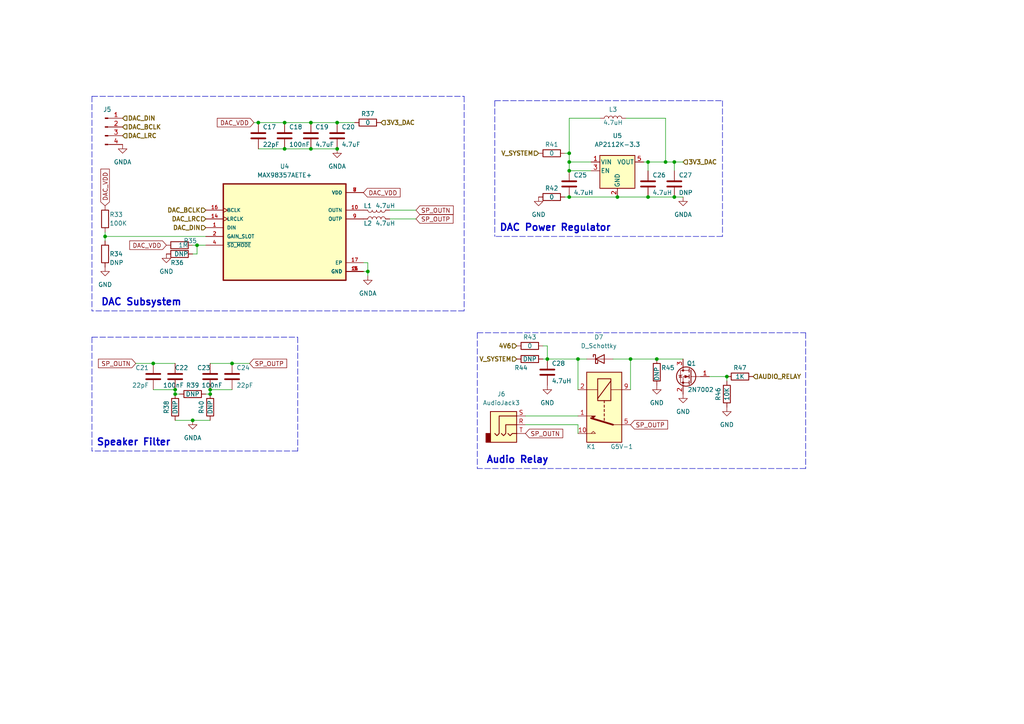
<source format=kicad_sch>
(kicad_sch (version 20211123) (generator eeschema)
  (paper "A4")
  (lib_symbols
    (symbol "Connector:AudioJack3"
      (property "Reference" "J" (at 0 8.89 0))
      (property "Value" "AudioJack3" (at 0 6.35 0))
      (symbol "AudioJack3_0_1"
        (rectangle (start -5.08 -5.08) (end -6.35 -2.54) (stroke (width 0.254)) (fill (type outline)))
        (polyline (pts (xy 0 -2.54) (xy 0.635 -3.175) (xy 1.27 -2.54) (xy 2.54 -2.54)) (stroke (width 0.254)))
        (polyline (pts (xy -1.905 -2.54) (xy -1.27 -3.175) (xy -0.635 -2.54) (xy -0.635 0) (xy 2.54 0)) (stroke (width 0.254)))
        (polyline (pts (xy 2.54 2.54) (xy -2.54 2.54) (xy -2.54 -2.54) (xy -3.175 -3.175) (xy -3.81 -2.54)) (stroke (width 0.254)))
        (rectangle (start 2.54 3.81) (end -5.08 -5.08) (stroke (width 0.254)) (fill (type background)))
      )
      (symbol "AudioJack3_1_1"
        (pin passive line (at 5.08 0 180) (length 2.54) (name "~") (number "R"))
        (pin passive line (at 5.08 2.54 180) (length 2.54) (name "~") (number "S"))
        (pin passive line (at 5.08 -2.54 180) (length 2.54) (name "~") (number "T"))
      )
    )
    (symbol "Connector:Conn_01x04_Male" (pin_names (offset 1.016) hide)
      (property "Reference" "J" (at 0 5.08 0))
      (property "Value" "Conn_01x04_Male" (at 0 -7.62 0))
      (symbol "Conn_01x04_Male_1_1"
        (polyline (pts (xy 1.27 -5.08) (xy 0.8636 -5.08)) (stroke (width 0.1524)))
        (polyline (pts (xy 1.27 -2.54) (xy 0.8636 -2.54)) (stroke (width 0.1524)))
        (polyline (pts (xy 1.27 0) (xy 0.8636 0)) (stroke (width 0.1524)))
        (polyline (pts (xy 1.27 2.54) (xy 0.8636 2.54)) (stroke (width 0.1524)))
        (rectangle (start 0.8636 -4.953) (end 0 -5.207) (stroke (width 0.1524)) (fill (type outline)))
        (rectangle (start 0.8636 -2.413) (end 0 -2.667) (stroke (width 0.1524)) (fill (type outline)))
        (rectangle (start 0.8636 0.127) (end 0 -0.127) (stroke (width 0.1524)) (fill (type outline)))
        (rectangle (start 0.8636 2.667) (end 0 2.413) (stroke (width 0.1524)) (fill (type outline)))
        (pin passive line (at 5.08 2.54 180) (length 3.81) (name "Pin_1") (number "1"))
        (pin passive line (at 5.08 0 180) (length 3.81) (name "Pin_2") (number "2"))
        (pin passive line (at 5.08 -2.54 180) (length 3.81) (name "Pin_3") (number "3"))
        (pin passive line (at 5.08 -5.08 180) (length 3.81) (name "Pin_4") (number "4"))
      )
    )
    (symbol "Device:C" (pin_numbers hide) (pin_names (offset 0.254))
      (property "Reference" "C" (at 0.635 2.54 0))
      (property "Value" "C" (at 0.635 -2.54 0))
      (symbol "C_0_1"
        (polyline (pts (xy -2.032 -0.762) (xy 2.032 -0.762)) (stroke (width 0.508)))
        (polyline (pts (xy -2.032 0.762) (xy 2.032 0.762)) (stroke (width 0.508)))
      )
      (symbol "C_1_1"
        (pin passive line (at 0 3.81 270) (length 2.794) (name "~") (number "1"))
        (pin passive line (at 0 -3.81 90) (length 2.794) (name "~") (number "2"))
      )
    )
    (symbol "Device:D_Schottky" (pin_numbers hide) (pin_names (offset 1.016) hide)
      (property "Reference" "D" (at 0 2.54 0))
      (property "Value" "D_Schottky" (at 0 -2.54 0))
      (symbol "D_Schottky_0_1"
        (polyline (pts (xy 1.27 0) (xy -1.27 0)))
        (polyline (pts (xy 1.27 1.27) (xy 1.27 -1.27) (xy -1.27 0) (xy 1.27 1.27)) (stroke (width 0.254)))
        (polyline (pts (xy -1.905 0.635) (xy -1.905 1.27) (xy -1.27 1.27) (xy -1.27 -1.27) (xy -0.635 -1.27) (xy -0.635 -0.635)) (stroke (width 0.254)))
      )
      (symbol "D_Schottky_1_1"
        (pin passive line (at -3.81 0 0) (length 2.54) (name "K") (number "1"))
        (pin passive line (at 3.81 0 180) (length 2.54) (name "A") (number "2"))
      )
    )
    (symbol "Device:L" (pin_numbers hide) (pin_names (offset 1.016) hide)
      (property "Reference" "L" (at -1.27 0 90))
      (property "Value" "L" (at 1.905 0 90))
      (symbol "L_0_1"
        (arc (start 0 -2.54) (mid 0.635 -1.905) (end 0 -1.27))
        (arc (start 0 -1.27) (mid 0.635 -0.635) (end 0 0))
        (arc (start 0 0) (mid 0.635 0.635) (end 0 1.27))
        (arc (start 0 1.27) (mid 0.635 1.905) (end 0 2.54))
      )
      (symbol "L_1_1"
        (pin passive line (at 0 3.81 270) (length 1.27) (name "1") (number "1"))
        (pin passive line (at 0 -3.81 90) (length 1.27) (name "2") (number "2"))
      )
    )
    (symbol "Device:R" (pin_numbers hide) (pin_names (offset 0))
      (property "Reference" "R" (at 2.032 0 90))
      (property "Value" "R" (at 0 0 90))
      (symbol "R_0_1"
        (rectangle (start -1.016 -2.54) (end 1.016 2.54) (stroke (width 0.254)))
      )
      (symbol "R_1_1"
        (pin passive line (at 0 3.81 270) (length 1.27) (name "~") (number "1"))
        (pin passive line (at 0 -3.81 90) (length 1.27) (name "~") (number "2"))
      )
    )
    (symbol "MAX98357AETE_:MAX98357AETE+" (pin_names (offset 1.016))
      (property "Reference" "U" (at -17.8104 13.7451 0))
      (property "Value" "MAX98357AETE+" (at -17.8039 -19.2795 0))
      (symbol "MAX98357AETE+_0_0"
        (rectangle (start -17.78 -15.24) (end 17.78 12.7) (stroke (width 0.41)) (fill (type background)))
        (pin input line (at -22.86 0 0) (length 5.08) (name "DIN") (number "1"))
        (pin output line (at 22.86 5.08 180) (length 5.08) (name "OUTN") (number "10"))
        (pin power_in line (at 22.86 -12.7 180) (length 5.08) (name "GND") (number "11"))
        (pin input clock (at -22.86 2.54 0) (length 5.08) (name "LRCLK") (number "14"))
        (pin power_in line (at 22.86 -12.7 180) (length 5.08) (name "GND") (number "15"))
        (pin input clock (at -22.86 5.08 0) (length 5.08) (name "BCLK") (number "16"))
        (pin power_in line (at 22.86 -10.16 180) (length 5.08) (name "EP") (number "17"))
        (pin input line (at -22.86 -2.54 0) (length 5.08) (name "GAIN_SLOT") (number "2"))
        (pin power_in line (at 22.86 -12.7 180) (length 5.08) (name "GND") (number "3"))
        (pin input line (at -22.86 -5.08 0) (length 5.08) (name "~{SD_MODE}") (number "4"))
        (pin power_in line (at 22.86 10.16 180) (length 5.08) (name "VDD") (number "7"))
        (pin power_in line (at 22.86 10.16 180) (length 5.08) (name "VDD") (number "8"))
        (pin output line (at 22.86 2.54 180) (length 5.08) (name "OUTP") (number "9"))
      )
    )
    (symbol "Regulator_Linear:AP2112K-3.3" (pin_names (offset 0.254))
      (property "Reference" "U" (at -5.08 5.715 0))
      (property "Value" "AP2112K-3.3" (at 0 5.715 0))
      (symbol "AP2112K-3.3_0_1"
        (rectangle (start -5.08 4.445) (end 5.08 -5.08) (stroke (width 0.254)) (fill (type background)))
      )
      (symbol "AP2112K-3.3_1_1"
        (pin power_in line (at -7.62 2.54 0) (length 2.54) (name "VIN") (number "1"))
        (pin power_in line (at 0 -7.62 90) (length 2.54) (name "GND") (number "2"))
        (pin input line (at -7.62 0 0) (length 2.54) (name "EN") (number "3"))
        (pin no_connect line (at 5.08 0 180) (length 2.54) hide (name "NC") (number "4"))
        (pin power_out line (at 7.62 2.54 180) (length 2.54) (name "VOUT") (number "5"))
      )
    )
    (symbol "Relay:G5V-1"
      (property "Reference" "K" (at 11.43 3.81 0))
      (property "Value" "G5V-1" (at 11.43 1.27 0))
      (symbol "G5V-1_0_0"
        (polyline (pts (xy 7.62 5.08) (xy 7.62 2.54) (xy 6.985 3.175) (xy 7.62 3.81)))
      )
      (symbol "G5V-1_0_1"
        (rectangle (start -10.16 5.08) (end 10.16 -5.08) (stroke (width 0.254)) (fill (type background)))
        (rectangle (start -8.255 1.905) (end -1.905 -1.905) (stroke (width 0.254)))
        (polyline (pts (xy -7.62 -1.905) (xy -2.54 1.905)) (stroke (width 0.254)))
        (polyline (pts (xy -5.08 -5.08) (xy -5.08 -1.905)))
        (polyline (pts (xy -5.08 5.08) (xy -5.08 1.905)))
        (polyline (pts (xy -1.905 0) (xy -1.27 0)) (stroke (width 0.254)))
        (polyline (pts (xy -0.635 0) (xy 0 0)) (stroke (width 0.254)))
        (polyline (pts (xy 0.635 0) (xy 1.27 0)) (stroke (width 0.254)))
        (polyline (pts (xy 1.905 0) (xy 2.54 0)) (stroke (width 0.254)))
        (polyline (pts (xy 3.175 0) (xy 3.81 0)) (stroke (width 0.254)))
        (polyline (pts (xy 5.08 -2.54) (xy 3.175 3.81)) (stroke (width 0.508)))
        (polyline (pts (xy 5.08 -2.54) (xy 5.08 -5.08)))
        (polyline (pts (xy 2.54 5.08) (xy 2.54 2.54) (xy 3.175 3.175) (xy 2.54 3.81)) (fill (type outline)))
      )
      (symbol "G5V-1_1_1"
        (pin passive line (at 2.54 7.62 270) (length 2.54) (name "~") (number "1"))
        (pin passive line (at 7.62 7.62 270) (length 2.54) (name "~") (number "10"))
        (pin passive line (at -5.08 7.62 270) (length 2.54) (name "~") (number "2"))
        (pin passive line (at 5.08 -7.62 90) (length 2.54) (name "~") (number "5"))
        (pin passive line (at 5.08 -7.62 90) (length 2.54) hide (name "~") (number "6"))
        (pin passive line (at -5.08 -7.62 90) (length 2.54) (name "~") (number "9"))
      )
    )
    (symbol "Transistor_FET:2N7002" (pin_names hide)
      (property "Reference" "Q" (at 5.08 1.905 0))
      (property "Value" "2N7002" (at 5.08 0 0))
      (symbol "2N7002_0_1"
        (polyline (pts (xy 0.254 0) (xy -2.54 0)))
        (polyline (pts (xy 0.254 1.905) (xy 0.254 -1.905)) (stroke (width 0.254)))
        (polyline (pts (xy 0.762 -1.27) (xy 0.762 -2.286)) (stroke (width 0.254)))
        (polyline (pts (xy 0.762 0.508) (xy 0.762 -0.508)) (stroke (width 0.254)))
        (polyline (pts (xy 0.762 2.286) (xy 0.762 1.27)) (stroke (width 0.254)))
        (polyline (pts (xy 2.54 2.54) (xy 2.54 1.778)))
        (polyline (pts (xy 2.54 -2.54) (xy 2.54 0) (xy 0.762 0)))
        (polyline (pts (xy 0.762 -1.778) (xy 3.302 -1.778) (xy 3.302 1.778) (xy 0.762 1.778)))
        (polyline (pts (xy 1.016 0) (xy 2.032 0.381) (xy 2.032 -0.381) (xy 1.016 0)) (fill (type outline)))
        (polyline (pts (xy 2.794 0.508) (xy 2.921 0.381) (xy 3.683 0.381) (xy 3.81 0.254)))
        (polyline (pts (xy 3.302 0.381) (xy 2.921 -0.254) (xy 3.683 -0.254) (xy 3.302 0.381)))
        (circle (center 1.651 0) (radius 2.794) (stroke (width 0.254)))
        (circle (center 2.54 -1.778) (radius 0.254) (fill (type outline)))
        (circle (center 2.54 1.778) (radius 0.254) (fill (type outline)))
      )
      (symbol "2N7002_1_1"
        (pin input line (at -5.08 0 0) (length 2.54) (name "G") (number "1"))
        (pin passive line (at 2.54 -5.08 90) (length 2.54) (name "S") (number "2"))
        (pin passive line (at 2.54 5.08 270) (length 2.54) (name "D") (number "3"))
      )
    )
    (symbol "power:GND" (power) (pin_names (offset 0))
      (property "Value" "GND" (at 0 -3.81 0))
      (symbol "GND_0_1"
        (polyline (pts (xy 0 0) (xy 0 -1.27) (xy 1.27 -1.27) (xy 0 -2.54) (xy -1.27 -1.27) (xy 0 -1.27)))
      )
      (symbol "GND_1_1"
        (pin power_in line (at 0 0 270) (length 0) hide (name "GND") (number "1"))
      )
    )
    (symbol "power:GNDA" (power) (pin_names (offset 0))
      (property "Value" "GNDA" (at 0 -3.81 0))
      (symbol "GNDA_0_1"
        (polyline (pts (xy 0 0) (xy 0 -1.27) (xy 1.27 -1.27) (xy 0 -2.54) (xy -1.27 -1.27) (xy 0 -1.27)))
      )
      (symbol "GNDA_1_1"
        (pin power_in line (at 0 0 270) (length 0) hide (name "GNDA") (number "1"))
      )
    )
  )
  (junction (at 44.45 105.41))
  (junction (at 90.17 35.56))
  (junction (at 50.8 113.03))
  (junction (at 82.55 43.18))
  (junction (at 165.1 49.53))
  (junction (at 106.68 78.74))
  (junction (at 187.96 46.99))
  (junction (at 55.88 121.92))
  (junction (at 60.96 114.3))
  (junction (at 57.15 71.12))
  (junction (at 158.75 104.14))
  (junction (at 167.64 104.14))
  (junction (at 187.96 57.15))
  (junction (at 193.04 46.99))
  (junction (at 82.55 35.56))
  (junction (at 195.58 46.99))
  (junction (at 179.07 57.15))
  (junction (at 50.8 114.3))
  (junction (at 90.17 43.18))
  (junction (at 97.79 43.18))
  (junction (at 165.1 46.99))
  (junction (at 182.88 104.14))
  (junction (at 165.1 57.15))
  (junction (at 190.5 104.14))
  (junction (at 67.31 105.41))
  (junction (at 74.93 35.56))
  (junction (at 97.79 35.56))
  (junction (at 210.82 109.22))
  (junction (at 195.58 57.15))
  (junction (at 165.1 44.45))
  (junction (at 60.96 113.03))
  (junction (at 30.48 68.58))
  (wire (pts (xy 90.17 43.18) (xy 97.79 43.18)))
  (wire (pts (xy 158.75 100.33) (xy 158.75 104.14)))
  (wire (pts (xy 165.1 44.45) (xy 163.83 44.45)))
  (wire (pts (xy 195.58 46.99) (xy 195.58 49.53)))
  (wire (pts (xy 50.8 114.3) (xy 52.07 114.3)))
  (polyline (pts (xy 26.67 97.79) (xy 26.67 130.81)))
  (wire (pts (xy 39.37 105.41) (xy 44.45 105.41)))
  (wire (pts (xy 167.64 104.14) (xy 167.64 113.03)))
  (wire (pts (xy 181.61 34.29) (xy 193.04 34.29)))
  (wire (pts (xy 60.96 113.03) (xy 67.31 113.03)))
  (wire (pts (xy 165.1 49.53) (xy 165.1 46.99)))
  (wire (pts (xy 30.48 68.58) (xy 30.48 67.31)))
  (wire (pts (xy 59.69 68.58) (xy 30.48 68.58)))
  (polyline (pts (xy 26.67 27.94) (xy 134.62 27.94)))
  (wire (pts (xy 60.96 113.03) (xy 60.96 114.3)))
  (wire (pts (xy 90.17 35.56) (xy 97.79 35.56)))
  (wire (pts (xy 113.03 63.5) (xy 120.65 63.5)))
  (polyline (pts (xy 209.55 68.58) (xy 143.51 68.58)))
  (wire (pts (xy 193.04 34.29) (xy 193.04 46.99)))
  (wire (pts (xy 60.96 105.41) (xy 67.31 105.41)))
  (wire (pts (xy 105.41 78.74) (xy 106.68 78.74)))
  (wire (pts (xy 59.69 114.3) (xy 60.96 114.3)))
  (polyline (pts (xy 138.43 96.52) (xy 138.43 135.89)))
  (wire (pts (xy 193.04 46.99) (xy 195.58 46.99)))
  (polyline (pts (xy 209.55 29.21) (xy 209.55 68.58)))
  (polyline (pts (xy 134.62 27.94) (xy 134.62 90.17)))
  (polyline (pts (xy 86.36 130.81) (xy 26.67 130.81)))
  (polyline (pts (xy 233.68 135.89) (xy 138.43 135.89)))
  (wire (pts (xy 165.1 57.15) (xy 179.07 57.15)))
  (wire (pts (xy 210.82 109.22) (xy 210.82 110.49)))
  (polyline (pts (xy 138.43 96.52) (xy 233.68 96.52)))
  (wire (pts (xy 205.74 109.22) (xy 210.82 109.22)))
  (wire (pts (xy 44.45 105.41) (xy 50.8 105.41)))
  (wire (pts (xy 97.79 35.56) (xy 102.87 35.56)))
  (wire (pts (xy 44.45 113.03) (xy 50.8 113.03)))
  (wire (pts (xy 105.41 76.2) (xy 106.68 76.2)))
  (wire (pts (xy 187.96 46.99) (xy 186.69 46.99)))
  (wire (pts (xy 57.15 71.12) (xy 59.69 71.12)))
  (wire (pts (xy 187.96 46.99) (xy 187.96 49.53)))
  (wire (pts (xy 182.88 104.14) (xy 182.88 113.03)))
  (wire (pts (xy 50.8 121.92) (xy 55.88 121.92)))
  (wire (pts (xy 152.4 120.65) (xy 167.64 120.65)))
  (wire (pts (xy 50.8 113.03) (xy 50.8 114.3)))
  (wire (pts (xy 195.58 57.15) (xy 198.12 57.15)))
  (wire (pts (xy 167.64 104.14) (xy 170.18 104.14)))
  (wire (pts (xy 179.07 57.15) (xy 187.96 57.15)))
  (wire (pts (xy 157.48 104.14) (xy 158.75 104.14)))
  (wire (pts (xy 195.58 46.99) (xy 198.12 46.99)))
  (wire (pts (xy 106.68 78.74) (xy 106.68 80.01)))
  (wire (pts (xy 187.96 57.15) (xy 195.58 57.15)))
  (wire (pts (xy 157.48 100.33) (xy 158.75 100.33)))
  (wire (pts (xy 73.66 35.56) (xy 74.93 35.56)))
  (wire (pts (xy 30.48 68.58) (xy 30.48 69.85)))
  (polyline (pts (xy 143.51 29.21) (xy 143.51 68.58)))
  (wire (pts (xy 190.5 104.14) (xy 198.12 104.14)))
  (wire (pts (xy 82.55 35.56) (xy 90.17 35.56)))
  (polyline (pts (xy 26.67 97.79) (xy 86.36 97.79)))
  (wire (pts (xy 67.31 105.41) (xy 72.39 105.41)))
  (wire (pts (xy 165.1 49.53) (xy 171.45 49.53)))
  (wire (pts (xy 173.99 34.29) (xy 165.1 34.29)))
  (wire (pts (xy 193.04 46.99) (xy 187.96 46.99)))
  (polyline (pts (xy 26.67 27.94) (xy 26.67 90.17)))
  (polyline (pts (xy 143.51 29.21) (xy 209.55 29.21)))
  (wire (pts (xy 163.83 57.15) (xy 165.1 57.15)))
  (polyline (pts (xy 86.36 97.79) (xy 86.36 130.81)))
  (wire (pts (xy 74.93 35.56) (xy 82.55 35.56)))
  (wire (pts (xy 74.93 43.18) (xy 82.55 43.18)))
  (wire (pts (xy 165.1 46.99) (xy 171.45 46.99)))
  (wire (pts (xy 152.4 123.19) (xy 167.64 123.19)))
  (wire (pts (xy 182.88 104.14) (xy 190.5 104.14)))
  (wire (pts (xy 106.68 76.2) (xy 106.68 78.74)))
  (wire (pts (xy 165.1 34.29) (xy 165.1 44.45)))
  (wire (pts (xy 177.8 104.14) (xy 182.88 104.14)))
  (polyline (pts (xy 134.62 90.17) (xy 26.67 90.17)))
  (wire (pts (xy 167.64 123.19) (xy 167.64 125.73)))
  (wire (pts (xy 165.1 46.99) (xy 165.1 44.45)))
  (wire (pts (xy 55.88 121.92) (xy 60.96 121.92)))
  (wire (pts (xy 120.65 60.96) (xy 113.03 60.96)))
  (wire (pts (xy 82.55 43.18) (xy 90.17 43.18)))
  (wire (pts (xy 55.88 71.12) (xy 57.15 71.12)))
  (wire (pts (xy 158.75 104.14) (xy 167.64 104.14)))
  (polyline (pts (xy 233.68 96.52) (xy 233.68 135.89)))
  (wire (pts (xy 57.15 71.12) (xy 57.15 73.66)))
  (wire (pts (xy 57.15 73.66) (xy 55.88 73.66)))
  (text "DAC Power Regulator\n" (at 144.78 67.31 0) (effects (font (size 2 2) bold) (justify left bottom)))
  (text "Speaker Filter\n" (at 27.94 129.54 0) (effects (font (size 2 2) bold) (justify left bottom)))
  (text "DAC Subsystem" (at 29.21 88.9 0) (effects (font (size 2 2) bold) (justify left bottom)))
  (text "Audio Relay\n" (at 140.97 134.62 0) (effects (font (size 2 2) bold) (justify left bottom)))
  (global_label "SP_OUTN" (shape input) (at 120.65 60.96 0) (property "Intersheet References" "${INTERSHEET_REFS}" (effects hide)))
  (global_label "DAC_VDD" (shape input) (at 30.48 59.69 90) (property "Intersheet References" "${INTERSHEET_REFS}" (effects hide)))
  (global_label "DAC_VDD" (shape input) (at 73.66 35.56 180) (property "Intersheet References" "${INTERSHEET_REFS}" (effects hide)))
  (global_label "SP_OUTP" (shape input) (at 72.39 105.41 0) (property "Intersheet References" "${INTERSHEET_REFS}" (effects hide)))
  (global_label "SP_OUTN" (shape input) (at 152.4 125.73 0) (property "Intersheet References" "${INTERSHEET_REFS}" (effects hide)))
  (global_label "SP_OUTP" (shape input) (at 182.88 123.19 0) (property "Intersheet References" "${INTERSHEET_REFS}" (effects hide)))
  (global_label "DAC_VDD" (shape input) (at 105.41 55.88 0) (property "Intersheet References" "${INTERSHEET_REFS}" (effects hide)))
  (global_label "SP_OUTN" (shape input) (at 39.37 105.41 180) (property "Intersheet References" "${INTERSHEET_REFS}" (effects hide)))
  (global_label "SP_OUTP" (shape input) (at 120.65 63.5 0) (property "Intersheet References" "${INTERSHEET_REFS}" (effects hide)))
  (global_label "DAC_VDD" (shape input) (at 48.26 71.12 180) (property "Intersheet References" "${INTERSHEET_REFS}" (effects hide)))
  (hierarchical_label "DAC_DIN" (shape input) (at 59.69 66.04 180) (effects (font bold)))
  (hierarchical_label "AUDIO_RELAY" (shape input) (at 218.44 109.22 0) (effects (font bold)))
  (hierarchical_label "4V6" (shape input) (at 149.86 100.33 180) (effects (font bold)))
  (hierarchical_label "DAC_BCLK" (shape input) (at 35.56 36.83 0) (effects (font (thickness 0.254) bold)))
  (hierarchical_label "DAC_LRC" (shape input) (at 59.69 63.5 180) (effects (font bold)))
  (hierarchical_label "DAC_DIN" (shape input) (at 35.56 34.29 0) (effects (font bold)))
  (hierarchical_label "DAC_BCLK" (shape input) (at 59.69 60.96 180) (effects (font (thickness 0.254) bold)))
  (hierarchical_label "DAC_LRC" (shape input) (at 35.56 39.37 0) (effects (font bold)))
  (hierarchical_label "3V3_DAC" (shape input) (at 110.49 35.56 0) (effects (font bold)))
  (hierarchical_label "V_SYSTEM" (shape input) (at 149.86 104.14 180) (effects (font bold)))
  (hierarchical_label "V_SYSTEM" (shape input) (at 156.21 44.45 180) (effects (font bold)))
  (hierarchical_label "3V3_DAC" (shape input) (at 198.12 46.99 0) (effects (font bold)))
  (symbol (lib_id "Device:R") (at 153.67 104.14 90) (unit 1)
    (property "Reference" "R44" (at 151.13 106.68 90))
    (property "Value" "DNP" (at 153.67 104.14 90))
  )
  (symbol (lib_id "Device:R") (at 153.67 100.33 90) (unit 1)
    (property "Reference" "R43" (at 153.67 97.79 90))
    (property "Value" "0" (at 153.67 100.33 90))
  )
  (symbol (lib_id "Device:C") (at 74.93 39.37 0) (unit 1)
    (property "Reference" "C17" (at 76.2 36.83 0) (effects (justify left)))
    (property "Value" "22pF" (at 76.2 41.91 0) (effects (justify left)))
  )
  (symbol (lib_id "Device:L") (at 109.22 60.96 270) (unit 1)
    (property "Reference" "L1" (at 106.68 59.69 90))
    (property "Value" "4.7uH" (at 111.76 59.69 90))
  )
  (symbol (lib_id "Device:D_Schottky") (at 173.99 104.14 0) (unit 1)
    (property "Reference" "D7" (at 173.6725 97.79 0))
    (property "Value" "D_Schottky" (at 173.6725 100.33 0))
  )
  (symbol (lib_id "Device:C") (at 97.79 39.37 0) (unit 1)
    (property "Reference" "C20" (at 99.06 36.83 0) (effects (justify left)))
    (property "Value" "4.7uF" (at 99.06 41.91 0) (effects (justify left)))
  )
  (symbol (lib_id "power:GNDA") (at 106.68 80.01 0) (unit 1)
    (property "Reference" "#PWR031" (effects hide))
    (property "Value" "GNDA" (at 106.68 85.09 0))
  )
  (symbol (lib_id "power:GND") (at 198.12 114.3 0) (unit 1)
    (property "Reference" "#PWR039" (effects hide))
    (property "Value" "GND" (at 198.12 119.38 0))
  )
  (symbol (lib_id "MAX98357AETE_:MAX98357AETE+") (at 82.55 66.04 0) (unit 1)
    (property "Reference" "U4" (at 82.55 48.26 0))
    (property "Value" "MAX98357AETE+" (at 82.55 50.8 0))
    (property "Footprint" "QFN50P300X300X80-17N" (effects hide))
    (property "PACKAGE" "TQFN-16 Maxim Integrated" (effects hide))
    (property "MP" "MAX98357AETE+" (effects hide))
    (property "DESCRIPTION" "Audio Amp Speaker 1-CH Mono Class-D 16-Pin TQFN EP" (effects hide))
    (property "MANUFACTURER" "Maxim Integrated" (effects hide))
    (property "STANDARD" "IPC7351B" (effects hide))
    (property "PRICE" "None" (effects hide))
  )
  (symbol (lib_id "power:GNDA") (at 97.79 43.18 0) (unit 1)
    (property "Reference" "#PWR032" (effects hide))
    (property "Value" "GNDA" (at 97.79 48.26 0))
  )
  (symbol (lib_id "power:GND") (at 158.75 111.76 0) (unit 1)
    (property "Reference" "#PWR037" (effects hide))
    (property "Value" "GND" (at 158.75 116.84 0))
  )
  (symbol (lib_id "Device:R") (at 60.96 118.11 180) (unit 1)
    (property "Reference" "R40" (at 58.42 118.11 90))
    (property "Value" "DNP" (at 60.96 118.11 90))
  )
  (symbol (lib_id "Device:C") (at 187.96 53.34 0) (unit 1)
    (property "Reference" "C26" (at 189.23 50.8 0) (effects (justify left)))
    (property "Value" "4.7uH" (at 189.23 55.88 0) (effects (justify left)))
  )
  (symbol (lib_id "Regulator_Linear:AP2112K-3.3") (at 179.07 49.53 0) (unit 1)
    (property "Reference" "U5" (at 179.07 39.37 0))
    (property "Value" "AP2112K-3.3" (at 179.07 41.91 0))
    (property "Footprint" "Package_TO_SOT_SMD:SOT-23-5" (effects hide))
    (property "Datasheet" "https://www.diodes.com/assets/Datasheets/AP2112.pdf" (effects hide))
  )
  (symbol (lib_id "power:GNDA") (at 198.12 57.15 0) (unit 1)
    (property "Reference" "#PWR035" (effects hide))
    (property "Value" "GNDA" (at 198.12 62.23 0))
  )
  (symbol (lib_id "Transistor_FET:2N7002") (at 200.66 109.22 0) (mirror y) (unit 1)
    (property "Reference" "Q1" (at 201.93 105.41 0) (effects (justify left)))
    (property "Value" "2N7002" (at 207.01 113.03 0) (effects (justify left)))
    (property "Footprint" "Package_TO_SOT_SMD:SOT-23" (effects hide))
    (property "Datasheet" "https://www.onsemi.com/pub/Collateral/NDS7002A-D.PDF" (effects hide))
  )
  (symbol (lib_id "power:GNDA") (at 35.56 41.91 0) (unit 1)
    (property "Reference" "#PWR036" (effects hide))
    (property "Value" "GNDA" (at 35.56 46.99 0))
  )
  (symbol (lib_id "power:GND") (at 30.48 77.47 0) (unit 1)
    (property "Reference" "#PWR029" (effects hide))
    (property "Value" "GND" (at 30.48 82.55 0))
  )
  (symbol (lib_id "Device:R") (at 160.02 57.15 90) (unit 1)
    (property "Reference" "R42" (at 160.02 54.61 90))
    (property "Value" "0" (at 160.02 57.15 90))
  )
  (symbol (lib_id "Device:R") (at 30.48 73.66 0) (unit 1)
    (property "Reference" "R34" (at 31.75 73.66 0) (effects (justify left)))
    (property "Value" "DNP" (at 31.75 76.2 0) (effects (justify left)))
  )
  (symbol (lib_id "Device:C") (at 82.55 39.37 0) (unit 1)
    (property "Reference" "C18" (at 83.82 36.83 0) (effects (justify left)))
    (property "Value" "100nF" (at 83.82 41.91 0) (effects (justify left)))
  )
  (symbol (lib_id "Device:R") (at 55.88 114.3 90) (unit 1)
    (property "Reference" "R39" (at 55.88 111.76 90))
    (property "Value" "DNP" (at 55.88 114.3 90))
  )
  (symbol (lib_id "Device:R") (at 214.63 109.22 90) (unit 1)
    (property "Reference" "R47" (at 214.63 106.68 90))
    (property "Value" "1K" (at 214.63 109.22 90))
  )
  (symbol (lib_id "Device:R") (at 50.8 118.11 180) (unit 1)
    (property "Reference" "R38" (at 48.26 118.11 90))
    (property "Value" "DNP" (at 50.8 118.11 90))
  )
  (symbol (lib_id "Device:R") (at 190.5 107.95 0) (unit 1)
    (property "Reference" "R45" (at 191.77 106.68 0) (effects (justify left)))
    (property "Value" "DNP" (at 190.5 110.49 90) (effects (justify left)))
  )
  (symbol (lib_id "power:GND") (at 190.5 111.76 0) (unit 1)
    (property "Reference" "#PWR038" (effects hide))
    (property "Value" "GND" (at 190.5 116.84 0))
  )
  (symbol (lib_id "Device:L") (at 109.22 63.5 270) (mirror x) (unit 1)
    (property "Reference" "L2" (at 106.68 64.77 90))
    (property "Value" "4.7uH" (at 111.76 64.77 90))
  )
  (symbol (lib_id "Device:C") (at 60.96 109.22 0) (unit 1)
    (property "Reference" "C23" (at 57.15 106.68 0) (effects (justify left)))
    (property "Value" "100nF" (at 58.42 111.76 0) (effects (justify left)))
  )
  (symbol (lib_id "Connector:Conn_01x04_Male") (at 30.48 36.83 0) (unit 1)
    (property "Reference" "J5" (at 31.115 31.75 0))
    (property "Value" "Conn_01x04_Male" (effects hide))
  )
  (symbol (lib_id "Device:C") (at 165.1 53.34 0) (unit 1)
    (property "Reference" "C25" (at 166.37 50.8 0) (effects (justify left)))
    (property "Value" "4.7uH" (at 166.37 55.88 0) (effects (justify left)))
  )
  (symbol (lib_id "Device:R") (at 52.07 73.66 90) (unit 1)
    (property "Reference" "R36" (at 53.34 76.2 90) (effects (justify left)))
    (property "Value" "DNP" (at 54.61 73.66 90) (effects (justify left)))
  )
  (symbol (lib_id "power:GND") (at 210.82 118.11 0) (unit 1)
    (property "Reference" "#PWR040" (effects hide))
    (property "Value" "GND" (at 210.82 123.19 0))
  )
  (symbol (lib_id "Device:R") (at 30.48 63.5 0) (unit 1)
    (property "Reference" "R33" (at 31.75 62.23 0) (effects (justify left)))
    (property "Value" "100K" (at 31.75 64.77 0) (effects (justify left)))
  )
  (symbol (lib_id "power:GNDA") (at 55.88 121.92 0) (unit 1)
    (property "Reference" "#PWR033" (effects hide))
    (property "Value" "GNDA" (at 55.88 127 0))
  )
  (symbol (lib_id "Device:C") (at 44.45 109.22 0) (mirror y) (unit 1)
    (property "Reference" "C21" (at 43.18 106.68 0) (effects (justify left)))
    (property "Value" "22pF" (at 43.18 111.76 0) (effects (justify left)))
  )
  (symbol (lib_id "Connector:AudioJack3") (at 147.32 123.19 0) (unit 1)
    (property "Reference" "J6" (at 145.415 114.3 0))
    (property "Value" "AudioJack3" (at 145.415 116.84 0))
  )
  (symbol (lib_id "Device:C") (at 50.8 109.22 0) (mirror y) (unit 1)
    (property "Reference" "C22" (at 54.61 106.68 0) (effects (justify left)))
    (property "Value" "100nF" (at 53.34 111.76 0) (effects (justify left)))
  )
  (symbol (lib_id "Device:C") (at 195.58 53.34 0) (unit 1)
    (property "Reference" "C27" (at 196.85 50.8 0) (effects (justify left)))
    (property "Value" "DNP" (at 196.85 55.88 0) (effects (justify left)))
  )
  (symbol (lib_id "Device:L") (at 177.8 34.29 90) (unit 1)
    (property "Reference" "L3" (at 177.8 31.75 90))
    (property "Value" "4.7uH" (at 177.8 35.56 90))
  )
  (symbol (lib_id "Device:C") (at 67.31 109.22 0) (unit 1)
    (property "Reference" "C24" (at 68.58 106.68 0) (effects (justify left)))
    (property "Value" "22pF" (at 68.58 111.76 0) (effects (justify left)))
  )
  (symbol (lib_id "Device:R") (at 210.82 114.3 180) (unit 1)
    (property "Reference" "R46" (at 208.28 114.3 90))
    (property "Value" "10K" (at 210.82 114.3 90))
  )
  (symbol (lib_id "Device:C") (at 158.75 107.95 0) (unit 1)
    (property "Reference" "C28" (at 160.02 105.41 0) (effects (justify left)))
    (property "Value" "4.7uH" (at 160.02 110.49 0) (effects (justify left)))
  )
  (symbol (lib_id "Relay:G5V-1") (at 175.26 118.11 90) (mirror x) (unit 1)
    (property "Reference" "K1" (at 171.45 129.54 90))
    (property "Value" "G5V-1" (at 180.34 129.54 90))
    (property "Footprint" "Relay_THT:Relay_SPDT_Omron_G5V-1" (effects hide))
    (property "Datasheet" "http://omronfs.omron.com/en_US/ecb/products/pdf/en-g5v_1.pdf" (effects hide))
  )
  (symbol (lib_id "power:GND") (at 48.26 73.66 0) (unit 1)
    (property "Reference" "#PWR030" (effects hide))
    (property "Value" "GND" (at 48.26 78.74 0))
  )
  (symbol (lib_id "Device:R") (at 106.68 35.56 90) (unit 1)
    (property "Reference" "R37" (at 106.68 33.02 90))
    (property "Value" "0" (at 106.68 35.56 90))
  )
  (symbol (lib_id "Device:C") (at 90.17 39.37 0) (unit 1)
    (property "Reference" "C19" (at 91.44 36.83 0) (effects (justify left)))
    (property "Value" "4.7uF" (at 91.44 41.91 0) (effects (justify left)))
  )
  (symbol (lib_id "power:GND") (at 156.21 57.15 0) (unit 1)
    (property "Reference" "#PWR034" (effects hide))
    (property "Value" "GND" (at 156.21 62.23 0))
  )
  (symbol (lib_id "Device:R") (at 52.07 71.12 90) (unit 1)
    (property "Reference" "R35" (at 57.15 69.85 90) (effects (justify left)))
    (property "Value" "1M" (at 54.61 71.12 90) (effects (justify left)))
  )
  (symbol (lib_id "Device:R") (at 160.02 44.45 90) (unit 1)
    (property "Reference" "R41" (at 160.02 41.91 90))
    (property "Value" "0" (at 160.02 44.45 90))
  )
)
</source>
